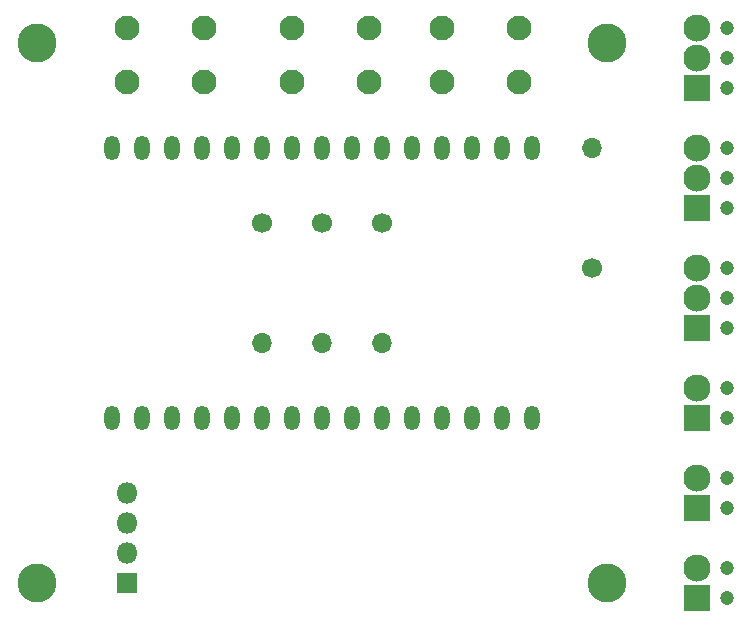
<source format=gbr>
%TF.GenerationSoftware,KiCad,Pcbnew,(5.1.6-0-10_14)*%
%TF.CreationDate,2020-09-21T00:36:23-04:00*%
%TF.ProjectId,MQTT Relay,4d515454-2052-4656-9c61-792e6b696361,rev?*%
%TF.SameCoordinates,Original*%
%TF.FileFunction,Soldermask,Top*%
%TF.FilePolarity,Negative*%
%FSLAX46Y46*%
G04 Gerber Fmt 4.6, Leading zero omitted, Abs format (unit mm)*
G04 Created by KiCad (PCBNEW (5.1.6-0-10_14)) date 2020-09-21 00:36:23*
%MOMM*%
%LPD*%
G01*
G04 APERTURE LIST*
%ADD10O,1.300000X2.100000*%
%ADD11C,2.100000*%
%ADD12C,1.200000*%
%ADD13C,2.300000*%
%ADD14R,2.300000X2.300000*%
%ADD15C,3.300000*%
%ADD16O,1.800000X1.800000*%
%ADD17R,1.800000X1.800000*%
%ADD18O,1.700000X1.700000*%
%ADD19C,1.700000*%
G04 APERTURE END LIST*
D10*
%TO.C,A1*%
X119380000Y-72390000D03*
X119380000Y-49530000D03*
X116840000Y-72390000D03*
X116840000Y-49530000D03*
X114300000Y-72390000D03*
X114300000Y-49530000D03*
X111760000Y-72390000D03*
X111760000Y-49530000D03*
X109220000Y-72390000D03*
X109220000Y-49530000D03*
X106680000Y-72390000D03*
X106680000Y-49530000D03*
X104140000Y-72390000D03*
X104140000Y-49530000D03*
X101600000Y-72390000D03*
X101600000Y-49530000D03*
X99060000Y-72390000D03*
X99060000Y-49530000D03*
X96520000Y-72390000D03*
X96520000Y-49530000D03*
X93980000Y-72390000D03*
X93980000Y-49530000D03*
X91440000Y-72390000D03*
X91440000Y-49530000D03*
X88900000Y-72390000D03*
X88900000Y-49530000D03*
X86360000Y-72390000D03*
X86360000Y-49530000D03*
X83820000Y-72390000D03*
X83820000Y-49530000D03*
%TD*%
D11*
%TO.C,SW2*%
X118260000Y-39370000D03*
X118260000Y-43870000D03*
X111760000Y-39370000D03*
X111760000Y-43870000D03*
%TD*%
D12*
%TO.C,J6*%
X135890000Y-59690000D03*
D13*
X133350000Y-59690000D03*
D12*
X135890000Y-62230000D03*
D13*
X133350000Y-62230000D03*
D12*
X135890000Y-64770000D03*
D14*
X133350000Y-64770000D03*
%TD*%
D12*
%TO.C,J5*%
X135890000Y-49530000D03*
D13*
X133350000Y-49530000D03*
D12*
X135890000Y-52070000D03*
D13*
X133350000Y-52070000D03*
D12*
X135890000Y-54610000D03*
D14*
X133350000Y-54610000D03*
%TD*%
D12*
%TO.C,J4*%
X135890000Y-77470000D03*
D13*
X133350000Y-77470000D03*
D12*
X135890000Y-80010000D03*
D14*
X133350000Y-80010000D03*
%TD*%
D15*
%TO.C,REF\u002A\u002A*%
X77470000Y-40640000D03*
%TD*%
%TO.C,REF\u002A\u002A*%
X125730000Y-40640000D03*
%TD*%
%TO.C,e*%
X125730000Y-86360000D03*
%TD*%
%TO.C,REF\u002A\u002A*%
X77470000Y-86360000D03*
%TD*%
D16*
%TO.C,U1*%
X85090000Y-78740000D03*
X85090000Y-81280000D03*
X85090000Y-83820000D03*
D17*
X85090000Y-86360000D03*
%TD*%
D11*
%TO.C,SW3*%
X91590000Y-39370000D03*
X91590000Y-43870000D03*
X85090000Y-39370000D03*
X85090000Y-43870000D03*
%TD*%
%TO.C,SW1*%
X105560000Y-39370000D03*
X105560000Y-43870000D03*
X99060000Y-39370000D03*
X99060000Y-43870000D03*
%TD*%
D18*
%TO.C,R4*%
X101600000Y-66040000D03*
D19*
X101600000Y-55880000D03*
%TD*%
D18*
%TO.C,R3*%
X96520000Y-66040000D03*
D19*
X96520000Y-55880000D03*
%TD*%
D18*
%TO.C,R2*%
X106680000Y-66040000D03*
D19*
X106680000Y-55880000D03*
%TD*%
D18*
%TO.C,R1*%
X124460000Y-49530000D03*
D19*
X124460000Y-59690000D03*
%TD*%
D12*
%TO.C,J3*%
X135890000Y-69850000D03*
D13*
X133350000Y-69850000D03*
D12*
X135890000Y-72390000D03*
D14*
X133350000Y-72390000D03*
%TD*%
D12*
%TO.C,J2*%
X135890000Y-39370000D03*
D13*
X133350000Y-39370000D03*
D12*
X135890000Y-41910000D03*
D13*
X133350000Y-41910000D03*
D12*
X135890000Y-44450000D03*
D14*
X133350000Y-44450000D03*
%TD*%
D12*
%TO.C,J1*%
X135890000Y-85090000D03*
D13*
X133350000Y-85090000D03*
D12*
X135890000Y-87630000D03*
D14*
X133350000Y-87630000D03*
%TD*%
M02*

</source>
